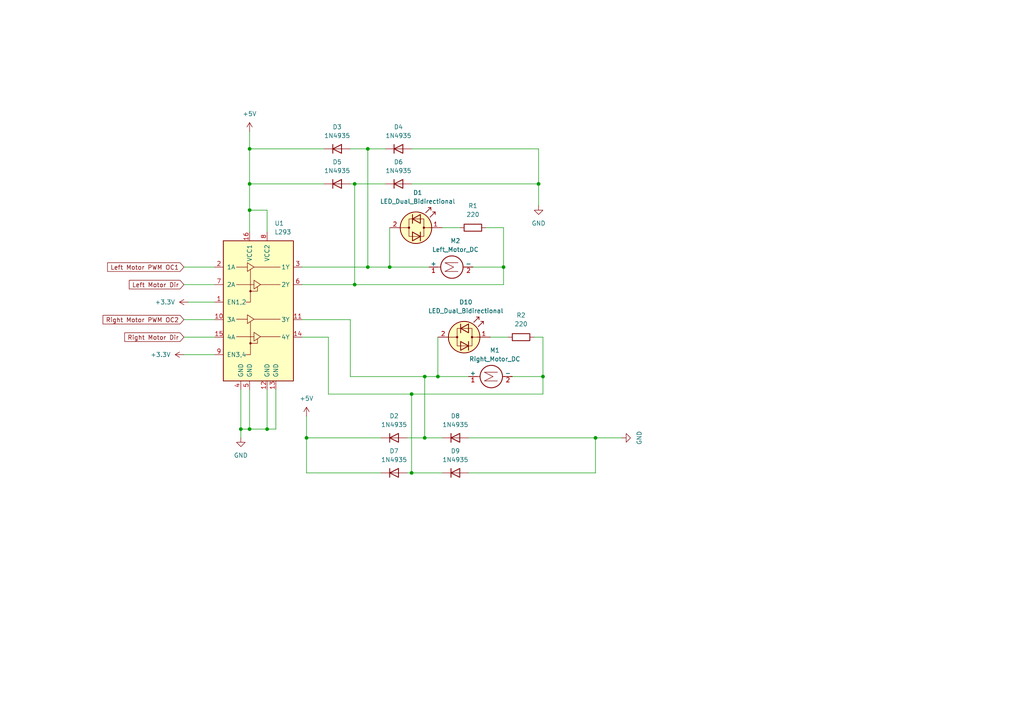
<source format=kicad_sch>
(kicad_sch (version 20250114) (generator "eeschema") (generator_version "9.0")
  (paper "A4")
  (lib_symbols
    (symbol "Device:LED_Dual_Bidirectional" (pin_names (offset 0) (hide yes))
      (property "Reference" "D" (at 0 5.715 0))
      (property "Value" "LED_Dual_Bidirectional" (at 0 -6.35 0))
      (symbol "LED_Dual_Bidirectional_0_1"
        (polyline (pts (xy -4.572 0) (xy -2.54 0)))
        (circle (center -2.032 0) (radius 0.254) (fill (type outline)))
        (polyline (pts (xy -2.032 0) (xy -2.54 0)))
        (polyline (pts (xy -1.016 3.81) (xy -1.016 1.27)) (stroke (width 0.254)))
        (polyline (pts (xy -1.016 -1.27) (xy -1.016 -3.81) (xy 1.27 -2.54) (xy -1.016 -1.27)) (stroke (width 0.254)))
        (circle (center 0 0) (radius 4.572) (stroke (width 0.254)) (fill (type background)))
        (polyline (pts (xy 1.27 3.81) (xy 1.27 1.27) (xy -1.016 2.54) (xy 1.27 3.81)) (stroke (width 0.254)))
        (polyline (pts (xy 1.27 -1.27) (xy 1.27 -3.81)) (stroke (width 0.254)))
        (polyline (pts (xy 2.286 2.54) (xy -2.032 2.54) (xy -2.032 -2.54) (xy 2.286 -2.54) (xy 2.286 2.54)))
        (circle (center 2.286 0) (radius 0.254) (fill (type outline)))
        (polyline (pts (xy 2.794 4.318) (xy 4.318 5.842) (xy 3.556 5.842)) (stroke (width 0.2032)))
        (polyline (pts (xy 4.064 3.048) (xy 5.588 4.572) (xy 4.826 4.572)) (stroke (width 0.2032)))
        (polyline (pts (xy 4.064 0) (xy 2.286 0)) (fill (type outline)))
        (polyline (pts (xy 4.318 5.842) (xy 4.318 5.08)) (stroke (width 0.2032)))
        (polyline (pts (xy 5.588 4.572) (xy 5.588 3.81)) (stroke (width 0.2032)))
      )
      (symbol "LED_Dual_Bidirectional_1_1"
        (pin input line (at -7.62 0 0) (length 3.048) (name "AK") (number "2"))
        (pin input line (at 7.62 0 180) (length 3.81) (name "KA") (number "1"))
      )
    )
    (symbol "Device:R" (pin_numbers (hide yes)) (pin_names (offset 0))
      (property "Reference" "R" (at 2.032 0 90))
      (property "Value" "R" (at 0 0 90))
      (symbol "R_0_1"
        (rectangle (start -1.016 -2.54) (end 1.016 2.54) (stroke (width 0.254)))
      )
      (symbol "R_1_1"
        (pin passive line (at 0 3.81 270) (length 1.27) (name "~") (number "1"))
        (pin passive line (at 0 -3.81 90) (length 1.27) (name "~") (number "2"))
      )
    )
    (symbol "Diode:1N4007" (pin_numbers (hide yes)) (pin_names (hide yes))
      (property "Reference" "D" (at 0 2.54 0))
      (property "Value" "1N4007" (at 0 -2.54 0))
      (symbol "1N4007_0_1"
        (polyline (pts (xy -1.27 1.27) (xy -1.27 -1.27)) (stroke (width 0.254)))
        (polyline (pts (xy 1.27 1.27) (xy 1.27 -1.27) (xy -1.27 0) (xy 1.27 1.27)) (stroke (width 0.254)))
        (polyline (pts (xy 1.27 0) (xy -1.27 0)))
      )
      (symbol "1N4007_1_1"
        (pin passive line (at -3.81 0 0) (length 2.54) (name "K") (number "1"))
        (pin passive line (at 3.81 0 180) (length 2.54) (name "A") (number "2"))
      )
    )
    (symbol "Driver_Motor:L293" (pin_names (offset 1.016))
      (property "Reference" "U" (at -5.08 26.035 0))
      (property "Value" "L293" (at -5.08 24.13 0))
      (symbol "L293_0_1"
        (rectangle (start -10.16 22.86) (end 10.16 -17.78) (stroke (width 0.254)) (fill (type background)))
        (polyline (pts (xy -6.35 15.24) (xy -3.175 15.24)))
        (polyline (pts (xy -6.35 10.16) (xy -1.27 10.16)))
        (polyline (pts (xy -6.35 0.127) (xy -3.175 0.127)))
        (polyline (pts (xy -6.35 -4.953) (xy -1.27 -4.953)))
        (polyline (pts (xy -3.175 16.51) (xy -3.175 13.97) (xy -1.27 15.24) (xy -3.175 16.51)))
        (polyline (pts (xy -3.175 1.397) (xy -3.175 -1.143) (xy -1.27 0.127) (xy -3.175 1.397)))
        (polyline (pts (xy -2.286 14.478) (xy -2.286 5.08) (xy -3.556 5.08)))
        (circle (center -2.286 8.255) (radius 0.254) (fill (type outline)))
        (polyline (pts (xy -2.286 8.255) (xy -0.254 8.255) (xy -0.254 9.525)))
        (polyline (pts (xy -2.286 -0.635) (xy -2.286 -10.16) (xy -3.556 -10.16)))
        (circle (center -2.286 -6.858) (radius 0.254) (fill (type outline)))
        (polyline (pts (xy -2.286 -6.858) (xy -0.254 -6.858) (xy -0.254 -5.588)))
        (polyline (pts (xy -1.27 15.24) (xy 6.35 15.24)))
        (polyline (pts (xy -1.27 11.43) (xy -1.27 8.89) (xy 0.635 10.16) (xy -1.27 11.43)))
        (polyline (pts (xy -1.27 0.127) (xy 6.35 0.127)))
        (polyline (pts (xy -1.27 -3.683) (xy -1.27 -6.223) (xy 0.635 -4.953) (xy -1.27 -3.683)))
        (polyline (pts (xy 0.635 10.16) (xy 6.35 10.16)))
        (polyline (pts (xy 0.635 -4.953) (xy 6.35 -4.953)))
      )
      (symbol "L293_1_1"
        (pin input line (at -12.7 15.24 0) (length 2.54) (name "1A") (number "2"))
        (pin input line (at -12.7 10.16 0) (length 2.54) (name "2A") (number "7"))
        (pin input line (at -12.7 5.08 0) (length 2.54) (name "EN1,2") (number "1"))
        (pin input line (at -12.7 0 0) (length 2.54) (name "3A") (number "10"))
        (pin input line (at -12.7 -5.08 0) (length 2.54) (name "4A") (number "15"))
        (pin input line (at -12.7 -10.16 0) (length 2.54) (name "EN3,4") (number "9"))
        (pin power_in line (at -5.08 -20.32 90) (length 2.54) (name "GND") (number "4"))
        (pin power_in line (at -2.54 25.4 270) (length 2.54) (name "VCC1") (number "16"))
        (pin power_in line (at -2.54 -20.32 90) (length 2.54) (name "GND") (number "5"))
        (pin power_in line (at 2.54 25.4 270) (length 2.54) (name "VCC2") (number "8"))
        (pin power_in line (at 2.54 -20.32 90) (length 2.54) (name "GND") (number "12"))
        (pin power_in line (at 5.08 -20.32 90) (length 2.54) (name "GND") (number "13"))
        (pin output line (at 12.7 15.24 180) (length 2.54) (name "1Y") (number "3"))
        (pin output line (at 12.7 10.16 180) (length 2.54) (name "2Y") (number "6"))
        (pin output line (at 12.7 0 180) (length 2.54) (name "3Y") (number "11"))
        (pin output line (at 12.7 -5.08 180) (length 2.54) (name "4Y") (number "14"))
      )
    )
    (symbol "Motor:Motor_DC" (pin_names (offset 0))
      (property "Reference" "M" (at 2.54 2.54 0))
      (property "Value" "Motor_DC" (at 2.54 -5.08 0))
      (symbol "Motor_DC_0_0"
        (polyline (pts (xy -1.27 -3.302) (xy -1.27 0.508) (xy 0 -2.032) (xy 1.27 0.508) (xy 1.27 -3.302)))
      )
      (symbol "Motor_DC_0_1"
        (polyline (pts (xy 0 2.032) (xy 0 2.54)))
        (polyline (pts (xy 0 1.7272) (xy 0 2.0828)))
        (circle (center 0 -1.524) (radius 3.2512) (stroke (width 0.254)))
        (polyline (pts (xy 0 -4.7752) (xy 0 -5.1816)))
        (polyline (pts (xy 0 -7.62) (xy 0 -7.112)))
      )
      (symbol "Motor_DC_1_1"
        (pin passive line (at 0 5.08 270) (length 2.54) (name "+") (number "1"))
        (pin passive line (at 0 -7.62 90) (length 2.54) (name "-") (number "2"))
      )
    )
    (symbol "power:+3.3V" (power) (pin_numbers (hide yes)) (pin_names (offset 0) (hide yes))
      (property "Value" "+3.3V" (at 0 3.556 0))
      (symbol "+3.3V_0_1"
        (polyline (pts (xy -0.762 1.27) (xy 0 2.54)))
        (polyline (pts (xy 0 2.54) (xy 0.762 1.27)))
        (polyline (pts (xy 0 0) (xy 0 2.54)))
      )
      (symbol "+3.3V_1_1"
        (pin power_in line (at 0 0 90) (length 0) (name "~") (number "1"))
      )
    )
    (symbol "power:+5V" (power) (pin_numbers (hide yes)) (pin_names (offset 0) (hide yes))
      (property "Value" "+5V" (at 0 3.556 0))
      (symbol "+5V_0_1"
        (polyline (pts (xy -0.762 1.27) (xy 0 2.54)))
        (polyline (pts (xy 0 2.54) (xy 0.762 1.27)))
        (polyline (pts (xy 0 0) (xy 0 2.54)))
      )
      (symbol "+5V_1_1"
        (pin power_in line (at 0 0 90) (length 0) (name "~") (number "1"))
      )
    )
    (symbol "power:GND" (power) (pin_numbers (hide yes)) (pin_names (offset 0) (hide yes))
      (property "Value" "GND" (at 0 -3.81 0))
      (symbol "GND_0_1"
        (polyline (pts (xy 0 0) (xy 0 -1.27) (xy 1.27 -1.27) (xy 0 -2.54) (xy -1.27 -1.27) (xy 0 -1.27)))
      )
      (symbol "GND_1_1"
        (pin power_in line (at 0 0 270) (length 0) (name "~") (number "1"))
      )
    )
  )
  (junction (at 72.39 43.18))
  (junction (at 172.72 127))
  (junction (at 119.38 137.16))
  (junction (at 72.39 53.34))
  (junction (at 123.19 109.22))
  (junction (at 72.39 124.46))
  (junction (at 156.21 53.34))
  (junction (at 146.05 77.47))
  (junction (at 127 109.22))
  (junction (at 102.87 82.55))
  (junction (at 77.47 124.46))
  (junction (at 88.9 127))
  (junction (at 106.68 43.18))
  (junction (at 69.85 124.46))
  (junction (at 106.68 77.47))
  (junction (at 113.03 77.47))
  (junction (at 157.48 109.22))
  (junction (at 119.38 114.3))
  (junction (at 102.87 53.34))
  (junction (at 72.39 60.96))
  (junction (at 123.19 127))
  (wire (pts (xy 113.03 77.47) (xy 124.46 77.47)))
  (wire (pts (xy 53.34 102.87) (xy 62.23 102.87)))
  (wire (pts (xy 69.85 113.03) (xy 69.85 124.46)))
  (wire (pts (xy 146.05 66.04) (xy 140.97 66.04)))
  (wire (pts (xy 87.63 82.55) (xy 102.87 82.55)))
  (wire (pts (xy 135.89 137.16) (xy 172.72 137.16)))
  (wire (pts (xy 106.68 43.18) (xy 111.76 43.18)))
  (wire (pts (xy 69.85 127) (xy 69.85 124.46)))
  (wire (pts (xy 101.6 53.34) (xy 102.87 53.34)))
  (wire (pts (xy 87.63 92.71) (xy 101.6 92.71)))
  (wire (pts (xy 119.38 53.34) (xy 156.21 53.34)))
  (wire (pts (xy 72.39 113.03) (xy 72.39 124.46)))
  (wire (pts (xy 123.19 127) (xy 123.19 109.22)))
  (wire (pts (xy 88.9 137.16) (xy 110.49 137.16)))
  (wire (pts (xy 72.39 53.34) (xy 72.39 60.96)))
  (wire (pts (xy 111.76 53.34) (xy 102.87 53.34)))
  (wire (pts (xy 180.34 127) (xy 172.72 127)))
  (wire (pts (xy 146.05 66.04) (xy 146.05 77.47)))
  (wire (pts (xy 95.25 97.79) (xy 87.63 97.79)))
  (wire (pts (xy 95.25 97.79) (xy 95.25 114.3)))
  (wire (pts (xy 101.6 92.71) (xy 101.6 109.22)))
  (wire (pts (xy 77.47 124.46) (xy 72.39 124.46)))
  (wire (pts (xy 80.01 113.03) (xy 80.01 124.46)))
  (wire (pts (xy 106.68 77.47) (xy 113.03 77.47)))
  (wire (pts (xy 102.87 82.55) (xy 146.05 82.55)))
  (wire (pts (xy 53.34 82.55) (xy 62.23 82.55)))
  (wire (pts (xy 157.48 114.3) (xy 157.48 109.22)))
  (wire (pts (xy 77.47 113.03) (xy 77.47 124.46)))
  (wire (pts (xy 88.9 120.65) (xy 88.9 127)))
  (wire (pts (xy 113.03 66.04) (xy 113.03 77.47)))
  (wire (pts (xy 102.87 53.34) (xy 102.87 82.55)))
  (wire (pts (xy 128.27 66.04) (xy 133.35 66.04)))
  (wire (pts (xy 95.25 114.3) (xy 119.38 114.3)))
  (wire (pts (xy 72.39 60.96) (xy 77.47 60.96)))
  (wire (pts (xy 72.39 38.1) (xy 72.39 43.18)))
  (wire (pts (xy 119.38 137.16) (xy 119.38 114.3)))
  (wire (pts (xy 118.11 127) (xy 123.19 127)))
  (wire (pts (xy 101.6 109.22) (xy 123.19 109.22)))
  (wire (pts (xy 123.19 127) (xy 128.27 127)))
  (wire (pts (xy 53.34 97.79) (xy 62.23 97.79)))
  (wire (pts (xy 118.11 137.16) (xy 119.38 137.16)))
  (wire (pts (xy 101.6 43.18) (xy 106.68 43.18)))
  (wire (pts (xy 88.9 127) (xy 110.49 127)))
  (wire (pts (xy 123.19 109.22) (xy 127 109.22)))
  (wire (pts (xy 72.39 43.18) (xy 93.98 43.18)))
  (wire (pts (xy 172.72 127) (xy 172.72 137.16)))
  (wire (pts (xy 72.39 60.96) (xy 72.39 67.31)))
  (wire (pts (xy 157.48 97.79) (xy 157.48 109.22)))
  (wire (pts (xy 137.16 77.47) (xy 146.05 77.47)))
  (wire (pts (xy 127 109.22) (xy 135.89 109.22)))
  (wire (pts (xy 119.38 114.3) (xy 157.48 114.3)))
  (wire (pts (xy 156.21 43.18) (xy 156.21 53.34)))
  (wire (pts (xy 77.47 67.31) (xy 77.47 60.96)))
  (wire (pts (xy 87.63 77.47) (xy 106.68 77.47)))
  (wire (pts (xy 135.89 127) (xy 172.72 127)))
  (wire (pts (xy 54.61 87.63) (xy 62.23 87.63)))
  (wire (pts (xy 127 97.79) (xy 127 109.22)))
  (wire (pts (xy 156.21 53.34) (xy 156.21 59.69)))
  (wire (pts (xy 148.59 109.22) (xy 157.48 109.22)))
  (wire (pts (xy 53.34 92.71) (xy 62.23 92.71)))
  (wire (pts (xy 128.27 137.16) (xy 119.38 137.16)))
  (wire (pts (xy 157.48 97.79) (xy 154.94 97.79)))
  (wire (pts (xy 53.34 77.47) (xy 62.23 77.47)))
  (wire (pts (xy 72.39 53.34) (xy 93.98 53.34)))
  (wire (pts (xy 146.05 77.47) (xy 146.05 82.55)))
  (wire (pts (xy 119.38 43.18) (xy 156.21 43.18)))
  (wire (pts (xy 72.39 124.46) (xy 69.85 124.46)))
  (wire (pts (xy 88.9 127) (xy 88.9 137.16)))
  (wire (pts (xy 106.68 43.18) (xy 106.68 77.47)))
  (wire (pts (xy 72.39 53.34) (xy 72.39 43.18)))
  (wire (pts (xy 77.47 124.46) (xy 80.01 124.46)))
  (wire (pts (xy 142.24 97.79) (xy 147.32 97.79)))
  (global_label "Right Motor Dir" (shape input) (at 53.34 97.79 180) (property "Intersheetrefs" "${INTERSHEET_REFS}" (effects (hide yes))))
  (global_label "Left Motor Dir" (shape input) (at 53.34 82.55 180) (property "Intersheetrefs" "${INTERSHEET_REFS}" (effects (hide yes))))
  (global_label "Right Motor PWM OC2" (shape input) (at 53.34 92.71 180) (property "Intersheetrefs" "${INTERSHEET_REFS}" (effects (hide yes))))
  (global_label "Left Motor PWM OC1" (shape input) (at 53.34 77.47 180) (property "Intersheetrefs" "${INTERSHEET_REFS}" (effects (hide yes))))
  (symbol (lib_id "Diode:1N4007") (at 114.3 137.16 0) (unit 1)
    (property "Reference" "D7" (at 114.3 130.81 0))
    (property "Value" "1N4935" (at 114.3 133.35 0))
    (property "Footprint" "Diode_THT:D_DO-41_SOD81_P10.16mm_Horizontal" (effects (hide yes)))
    (property "Datasheet" "http://www.vishay.com/docs/88503/1n4001.pdf" (effects (hide yes)))
    (property "Description" "1000V 1A General Purpose Rectifier Diode, DO-41" (effects (hide yes)))
    (property "Sim.Device" "D" (effects (hide yes)))
    (property "Sim.Pins" "1=K 2=A" (effects (hide yes)))
  )
  (symbol (lib_id "Diode:1N4007") (at 114.3 127 0) (unit 1)
    (property "Reference" "D2" (at 114.3 120.65 0))
    (property "Value" "1N4935" (at 114.3 123.19 0))
    (property "Footprint" "Diode_THT:D_DO-41_SOD81_P10.16mm_Horizontal" (effects (hide yes)))
    (property "Datasheet" "http://www.vishay.com/docs/88503/1n4001.pdf" (effects (hide yes)))
    (property "Description" "1000V 1A General Purpose Rectifier Diode, DO-41" (effects (hide yes)))
    (property "Sim.Device" "D" (effects (hide yes)))
    (property "Sim.Pins" "1=K 2=A" (effects (hide yes)))
  )
  (symbol (lib_id "power:+3.3V") (at 54.61 87.63 90) (unit 1)
    (property "Reference" "#PWR05" (effects (hide yes)))
    (property "Value" "+3.3V" (at 50.8 87.6299 90) (effects (justify left)))
    (property "Description" "Power symbol creates a global label with name \"+3.3V\"" (effects (hide yes)))
  )
  (symbol (lib_id "Diode:1N4007") (at 115.57 53.34 0) (unit 1)
    (property "Reference" "D6" (at 115.57 46.99 0))
    (property "Value" "1N4935" (at 115.57 49.53 0))
    (property "Footprint" "Diode_THT:D_DO-41_SOD81_P10.16mm_Horizontal" (effects (hide yes)))
    (property "Datasheet" "http://www.vishay.com/docs/88503/1n4001.pdf" (effects (hide yes)))
    (property "Description" "1000V 1A General Purpose Rectifier Diode, DO-41" (effects (hide yes)))
    (property "Sim.Device" "D" (effects (hide yes)))
    (property "Sim.Pins" "1=K 2=A" (effects (hide yes)))
  )
  (symbol (lib_id "Motor:Motor_DC") (at 129.54 77.47 90) (unit 1)
    (property "Reference" "M2" (at 132.08 69.85 90))
    (property "Value" "Left_Motor_DC" (at 132.08 72.39 90))
    (property "Description" "DC Motor" (effects (hide yes)))
  )
  (symbol (lib_id "Device:R") (at 151.13 97.79 90) (unit 1)
    (property "Reference" "R2" (at 151.13 91.44 90))
    (property "Value" "220" (at 151.13 93.98 90))
    (property "Description" "Resistor" (effects (hide yes)))
  )
  (symbol (lib_id "power:+5V") (at 88.9 120.65 0) (unit 1)
    (property "Reference" "#PWR04" (effects (hide yes)))
    (property "Value" "+5V" (at 88.9 115.57 0))
    (property "Description" "Power symbol creates a global label with name \"+5V\"" (effects (hide yes)))
  )
  (symbol (lib_id "Device:LED_Dual_Bidirectional") (at 120.65 66.04 0) (unit 1)
    (property "Reference" "D1" (at 121.1453 55.88 0))
    (property "Value" "LED_Dual_Bidirectional" (at 121.1453 58.42 0))
    (property "Description" "Dual LED, bidirectional" (effects (hide yes)))
  )
  (symbol (lib_id "power:+5V") (at 72.39 38.1 0) (unit 1)
    (property "Reference" "#PWR02" (effects (hide yes)))
    (property "Value" "+5V" (at 72.39 33.02 0))
    (property "Description" "Power symbol creates a global label with name \"+5V\"" (effects (hide yes)))
  )
  (symbol (lib_id "Diode:1N4007") (at 115.57 43.18 0) (unit 1)
    (property "Reference" "D4" (at 115.57 36.83 0))
    (property "Value" "1N4935" (at 115.57 39.37 0))
    (property "Footprint" "Diode_THT:D_DO-41_SOD81_P10.16mm_Horizontal" (effects (hide yes)))
    (property "Datasheet" "http://www.vishay.com/docs/88503/1n4001.pdf" (effects (hide yes)))
    (property "Description" "1000V 1A General Purpose Rectifier Diode, DO-41" (effects (hide yes)))
    (property "Sim.Device" "D" (effects (hide yes)))
    (property "Sim.Pins" "1=K 2=A" (effects (hide yes)))
  )
  (symbol (lib_id "Device:R") (at 137.16 66.04 90) (unit 1)
    (property "Reference" "R1" (at 137.16 59.69 90))
    (property "Value" "220" (at 137.16 62.23 90))
    (property "Description" "Resistor" (effects (hide yes)))
  )
  (symbol (lib_id "Diode:1N4007") (at 132.08 127 0) (unit 1)
    (property "Reference" "D8" (at 132.08 120.65 0))
    (property "Value" "1N4935" (at 132.08 123.19 0))
    (property "Footprint" "Diode_THT:D_DO-41_SOD81_P10.16mm_Horizontal" (effects (hide yes)))
    (property "Datasheet" "http://www.vishay.com/docs/88503/1n4001.pdf" (effects (hide yes)))
    (property "Description" "1000V 1A General Purpose Rectifier Diode, DO-41" (effects (hide yes)))
    (property "Sim.Device" "D" (effects (hide yes)))
    (property "Sim.Pins" "1=K 2=A" (effects (hide yes)))
  )
  (symbol (lib_id "power:GND") (at 69.85 127 0) (unit 1)
    (property "Reference" "#PWR01" (effects (hide yes)))
    (property "Value" "GND" (at 69.85 132.08 0))
    (property "Description" "Power symbol creates a global label with name \"GND\" , ground" (effects (hide yes)))
  )
  (symbol (lib_id "power:GND") (at 156.21 59.69 0) (unit 1)
    (property "Reference" "#PWR021" (effects (hide yes)))
    (property "Value" "GND" (at 156.21 64.77 0))
    (property "Description" "Power symbol creates a global label with name \"GND\" , ground" (effects (hide yes)))
  )
  (symbol (lib_id "power:+3.3V") (at 53.34 102.87 90) (unit 1)
    (property "Reference" "#PWR06" (effects (hide yes)))
    (property "Value" "+3.3V" (at 49.53 102.8699 90) (effects (justify left)))
    (property "Description" "Power symbol creates a global label with name \"+3.3V\"" (effects (hide yes)))
  )
  (symbol (lib_id "Diode:1N4007") (at 97.79 53.34 0) (unit 1)
    (property "Reference" "D5" (at 97.79 46.99 0))
    (property "Value" "1N4935" (at 97.79 49.53 0))
    (property "Footprint" "Diode_THT:D_DO-41_SOD81_P10.16mm_Horizontal" (effects (hide yes)))
    (property "Datasheet" "http://www.vishay.com/docs/88503/1n4001.pdf" (effects (hide yes)))
    (property "Description" "1000V 1A General Purpose Rectifier Diode, DO-41" (effects (hide yes)))
    (property "Sim.Device" "D" (effects (hide yes)))
    (property "Sim.Pins" "1=K 2=A" (effects (hide yes)))
  )
  (symbol (lib_id "Motor:Motor_DC") (at 140.97 109.22 90) (unit 1)
    (property "Reference" "M1" (at 143.51 101.6 90))
    (property "Value" "Right_Motor_DC" (at 143.51 104.14 90))
    (property "Description" "DC Motor" (effects (hide yes)))
  )
  (symbol (lib_id "Diode:1N4007") (at 97.79 43.18 0) (unit 1)
    (property "Reference" "D3" (at 97.79 36.83 0))
    (property "Value" "1N4935" (at 97.79 39.37 0))
    (property "Footprint" "Diode_THT:D_DO-41_SOD81_P10.16mm_Horizontal" (effects (hide yes)))
    (property "Datasheet" "http://www.vishay.com/docs/88503/1n4001.pdf" (effects (hide yes)))
    (property "Description" "1000V 1A General Purpose Rectifier Diode, DO-41" (effects (hide yes)))
    (property "Sim.Device" "D" (effects (hide yes)))
    (property "Sim.Pins" "1=K 2=A" (effects (hide yes)))
  )
  (symbol (lib_id "power:GND") (at 180.34 127 90) (unit 1)
    (property "Reference" "#PWR03" (effects (hide yes)))
    (property "Value" "GND" (at 185.42 127 0))
    (property "Description" "Power symbol creates a global label with name \"GND\" , ground" (effects (hide yes)))
  )
  (symbol (lib_id "Driver_Motor:L293") (at 74.93 92.71 0) (unit 1)
    (property "Reference" "U1" (at 79.6133 64.77 0) (effects (justify left)))
    (property "Value" "L293" (at 79.6133 67.31 0) (effects (justify left)))
    (property "Footprint" "Package_DIP:DIP-16_W7.62mm" (effects (hide yes)))
    (property "Datasheet" "http://www.ti.com/lit/ds/symlink/l293.pdf" (effects (hide yes)))
    (property "Description" "Quadruple Half-H Drivers" (effects (hide yes)))
  )
  (symbol (lib_id "Diode:1N4007") (at 132.08 137.16 0) (unit 1)
    (property "Reference" "D9" (at 132.08 130.81 0))
    (property "Value" "1N4935" (at 132.08 133.35 0))
    (property "Footprint" "Diode_THT:D_DO-41_SOD81_P10.16mm_Horizontal" (effects (hide yes)))
    (property "Datasheet" "http://www.vishay.com/docs/88503/1n4001.pdf" (effects (hide yes)))
    (property "Description" "1000V 1A General Purpose Rectifier Diode, DO-41" (effects (hide yes)))
    (property "Sim.Device" "D" (effects (hide yes)))
    (property "Sim.Pins" "1=K 2=A" (effects (hide yes)))
  )
  (symbol (lib_id "Device:LED_Dual_Bidirectional") (at 134.62 97.79 0) (unit 1)
    (property "Reference" "D10" (at 135.1153 87.63 0))
    (property "Value" "LED_Dual_Bidirectional" (at 135.1153 90.17 0))
    (property "Description" "Dual LED, bidirectional" (effects (hide yes)))
  )
)
</source>
